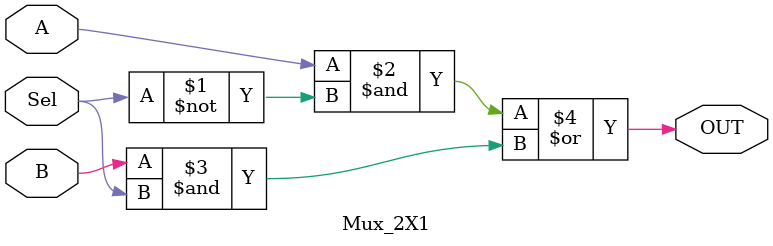
<source format=sv>
module Mux_32X1(
		input  logic [4:0] Sel,
		input  logic [31:0] I,
		output logic OUT
);
wire logic Top, Bottom;
Mux_16X1		 Layer1_1 (.Sel(Sel[3:0]), .I(I[15:0]),  .OUT(Bottom));
Mux_16X1		 Layer1_2 (.Sel(Sel[3:0]), .I(I[31:16]), .OUT(Top));
Mux_2X1		 Layer2   (.Sel(Sel[4]), .A(Bottom), .B(Top), .OUT(OUT));											
endmodule 

//-----------------------------------------------------------------------------------------------------------
//-----------------------------------------------------------------------------------------------------------

module Mux_16X1(
		input  logic [3:0] Sel,
		input  logic [15:0] I,
		output logic OUT
);
wire logic Top, Bottom;
Mux_8X1		 Layer1_1 (.Sel(Sel[2:0]), .I(I[7:0]),  .OUT(Bottom));
Mux_8X1		 Layer1_2 (.Sel(Sel[2:0]), .I(I[15:8]), .OUT(Top));
Mux_2X1		 Layer2   (.Sel(Sel[3]), .A(Bottom), .B(Top), .OUT(OUT));								
							
endmodule 


//-----------------------------------------------------------------------------------------------------------
//-----------------------------------------------------------------------------------------------------------
module Mux_8X1(
	 input  logic [2:0] Sel,
	 input  logic [7:0] I,
	 output logic OUT
);
 logic Bottom, Top;
 Mux_4X1			Layer1_1 (.Sel(Sel[1:0]), .I(I[3:0]), .OUT(Bottom));
 Mux_4X1 		Layer1_2 (.Sel(Sel[1:0]), .I(I[7:4]), .OUT(Top));
 Mux_2X1			Layer2   (.Sel(Sel[2]), .A(Bottom), .B(Top), .OUT(OUT));
endmodule


//-----------------------------------------------------------------------------------------------------------
//-----------------------------------------------------------------------------------------------------------
module Mux_4X1(
	 input  logic [3:0] I,
	 input  logic [1:0] Sel,
	 output logic OUT
);
wire logic Top, Bottom;
Mux_2X1      Layer1_1 (.Sel(Sel[0]), .A(I[0]),   .B(I[1]), .OUT(Bottom));
Mux_2X1      Layer1_2 (.Sel(Sel[0]), .A(I[2]),   .B(I[3]), .OUT(Top));
Mux_2X1      Layer2   (.Sel(Sel[1]), .A(Bottom), .B(Top),  .OUT(OUT));
endmodule




//-----------------------------------------------------------------------------------------------------------
//-----------------------------------------------------------------------------------------------------------
module Mux_2X1(
	 input  logic A, B,
	 input  logic Sel,
	 output logic OUT
);
assign OUT = (A & ~Sel) | (B & Sel);
endmodule











</source>
